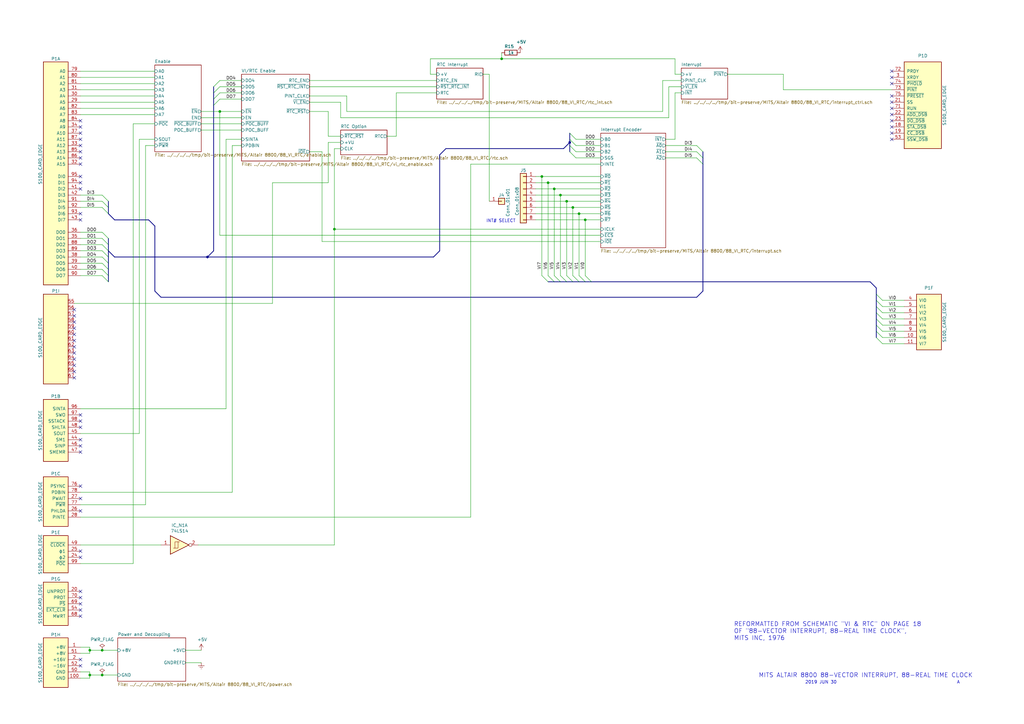
<source format=kicad_sch>
(kicad_sch (version 20230121) (generator eeschema)
  (paper "A3")
  (lib_symbols
    (symbol "74xx:74LS14" (pin_names (offset 1.016))
      (property "Reference" "U" (at 0 1.27 0))
      (property "Value" "74LS14" (at 0 -1.27 0))
      (symbol "74LS14_1_0"
        (polyline (pts (xy -3.81 3.81) (xy -3.81 -3.81) (xy 3.81 0) (xy -3.81 3.81)) (stroke (width 0.254)) (fill (type background)))
        (pin input line (at -7.62 0 0) (length 3.81) (name "~") (number "1"))
        (pin output inverted (at 7.62 0 180) (length 3.81) (name "~") (number "2"))
      )
      (symbol "74LS14_1_1"
        (polyline (pts (xy -1.905 -1.27) (xy -1.905 1.27) (xy -0.635 1.27)))
        (polyline (pts (xy -2.54 -1.27) (xy -0.635 -1.27) (xy -0.635 1.27) (xy 0 1.27)))
      )
      (symbol "74LS14_2_0"
        (polyline (pts (xy -3.81 3.81) (xy -3.81 -3.81) (xy 3.81 0) (xy -3.81 3.81)) (stroke (width 0.254)) (fill (type background)))
        (pin input line (at -7.62 0 0) (length 3.81) (name "~") (number "3"))
        (pin output inverted (at 7.62 0 180) (length 3.81) (name "~") (number "4"))
      )
      (symbol "74LS14_2_1"
        (polyline (pts (xy -1.905 -1.27) (xy -1.905 1.27) (xy -0.635 1.27)))
        (polyline (pts (xy -2.54 -1.27) (xy -0.635 -1.27) (xy -0.635 1.27) (xy 0 1.27)))
      )
      (symbol "74LS14_3_0"
        (polyline (pts (xy -3.81 3.81) (xy -3.81 -3.81) (xy 3.81 0) (xy -3.81 3.81)) (stroke (width 0.254)) (fill (type background)))
        (pin input line (at -7.62 0 0) (length 3.81) (name "~") (number "5"))
        (pin output inverted (at 7.62 0 180) (length 3.81) (name "~") (number "6"))
      )
      (symbol "74LS14_3_1"
        (polyline (pts (xy -1.905 -1.27) (xy -1.905 1.27) (xy -0.635 1.27)))
        (polyline (pts (xy -2.54 -1.27) (xy -0.635 -1.27) (xy -0.635 1.27) (xy 0 1.27)))
      )
      (symbol "74LS14_4_0"
        (polyline (pts (xy -3.81 3.81) (xy -3.81 -3.81) (xy 3.81 0) (xy -3.81 3.81)) (stroke (width 0.254)) (fill (type background)))
        (pin output inverted (at 7.62 0 180) (length 3.81) (name "~") (number "8"))
        (pin input line (at -7.62 0 0) (length 3.81) (name "~") (number "9"))
      )
      (symbol "74LS14_4_1"
        (polyline (pts (xy -1.905 -1.27) (xy -1.905 1.27) (xy -0.635 1.27)))
        (polyline (pts (xy -2.54 -1.27) (xy -0.635 -1.27) (xy -0.635 1.27) (xy 0 1.27)))
      )
      (symbol "74LS14_5_0"
        (polyline (pts (xy -3.81 3.81) (xy -3.81 -3.81) (xy 3.81 0) (xy -3.81 3.81)) (stroke (width 0.254)) (fill (type background)))
        (pin output inverted (at 7.62 0 180) (length 3.81) (name "~") (number "10"))
        (pin input line (at -7.62 0 0) (length 3.81) (name "~") (number "11"))
      )
      (symbol "74LS14_5_1"
        (polyline (pts (xy -1.905 -1.27) (xy -1.905 1.27) (xy -0.635 1.27)))
        (polyline (pts (xy -2.54 -1.27) (xy -0.635 -1.27) (xy -0.635 1.27) (xy 0 1.27)))
      )
      (symbol "74LS14_6_0"
        (polyline (pts (xy -3.81 3.81) (xy -3.81 -3.81) (xy 3.81 0) (xy -3.81 3.81)) (stroke (width 0.254)) (fill (type background)))
        (pin output inverted (at 7.62 0 180) (length 3.81) (name "~") (number "12"))
        (pin input line (at -7.62 0 0) (length 3.81) (name "~") (number "13"))
      )
      (symbol "74LS14_6_1"
        (polyline (pts (xy -1.905 -1.27) (xy -1.905 1.27) (xy -0.635 1.27)))
        (polyline (pts (xy -2.54 -1.27) (xy -0.635 -1.27) (xy -0.635 1.27) (xy 0 1.27)))
      )
      (symbol "74LS14_7_0"
        (pin power_in line (at 0 12.7 270) (length 5.08) (name "VCC") (number "14"))
        (pin power_in line (at 0 -12.7 90) (length 5.08) (name "GND") (number "7"))
      )
      (symbol "74LS14_7_1"
        (rectangle (start -5.08 7.62) (end 5.08 -7.62) (stroke (width 0.254)) (fill (type background)))
      )
    )
    (symbol "88_VI_RTC-rescue:S100_CARD_EDGE-altair8800" (pin_names (offset 1.016))
      (property "Reference" "P" (at -1.27 -66.04 0))
      (property "Value" "altair8800_S100_CARD_EDGE" (at 0 -63.5 0))
      (symbol "S100_CARD_EDGE-altair8800_1_1"
        (rectangle (start -5.08 46.99) (end 5.08 -44.45) (stroke (width 0.254)) (fill (type background)))
        (pin passive line (at -10.16 30.48 0) (length 5.08) (name "A5") (number "29"))
        (pin passive line (at -10.16 33.02 0) (length 5.08) (name "A4") (number "30"))
        (pin passive line (at -10.16 35.56 0) (length 5.08) (name "A3") (number "31"))
        (pin passive line (at -10.16 5.08 0) (length 5.08) (name "A15") (number "32"))
        (pin passive line (at -10.16 12.7 0) (length 5.08) (name "A12") (number "33"))
        (pin passive line (at -10.16 20.32 0) (length 5.08) (name "A9") (number "34"))
        (pin passive line (at -10.16 -25.4 0) (length 5.08) (name "DO1") (number "35"))
        (pin passive line (at -10.16 -22.86 0) (length 5.08) (name "DO0") (number "36"))
        (pin passive line (at -10.16 17.78 0) (length 5.08) (name "A10") (number "37"))
        (pin passive line (at -10.16 -33.02 0) (length 5.08) (name "DO4") (number "38"))
        (pin passive line (at -10.16 -35.56 0) (length 5.08) (name "DO5") (number "39"))
        (pin passive line (at -10.16 -38.1 0) (length 5.08) (name "DO6") (number "40"))
        (pin passive line (at -10.16 -5.08 0) (length 5.08) (name "DI2") (number "41"))
        (pin passive line (at -10.16 -7.62 0) (length 5.08) (name "DI3") (number "42"))
        (pin passive line (at -10.16 -17.78 0) (length 5.08) (name "DI7") (number "43"))
        (pin passive line (at -10.16 43.18 0) (length 5.08) (name "A0") (number "79"))
        (pin passive line (at -10.16 40.64 0) (length 5.08) (name "A1") (number "80"))
        (pin passive line (at -10.16 38.1 0) (length 5.08) (name "A2") (number "81"))
        (pin passive line (at -10.16 27.94 0) (length 5.08) (name "A6") (number "82"))
        (pin passive line (at -10.16 25.4 0) (length 5.08) (name "A7") (number "83"))
        (pin passive line (at -10.16 22.86 0) (length 5.08) (name "A8") (number "84"))
        (pin passive line (at -10.16 10.16 0) (length 5.08) (name "A13") (number "85"))
        (pin passive line (at -10.16 7.62 0) (length 5.08) (name "A14") (number "86"))
        (pin passive line (at -10.16 15.24 0) (length 5.08) (name "A11") (number "87"))
        (pin passive line (at -10.16 -27.94 0) (length 5.08) (name "DO2") (number "88"))
        (pin passive line (at -10.16 -30.48 0) (length 5.08) (name "DO3") (number "89"))
        (pin passive line (at -10.16 -40.64 0) (length 5.08) (name "DO7") (number "90"))
        (pin passive line (at -10.16 -10.16 0) (length 5.08) (name "DI4") (number "91"))
        (pin passive line (at -10.16 -12.7 0) (length 5.08) (name "DI5") (number "92"))
        (pin passive line (at -10.16 -15.24 0) (length 5.08) (name "DI6") (number "93"))
        (pin passive line (at -10.16 -2.54 0) (length 5.08) (name "DI1") (number "94"))
        (pin passive line (at -10.16 0 0) (length 5.08) (name "DI0") (number "95"))
      )
      (symbol "S100_CARD_EDGE-altair8800_2_1"
        (rectangle (start -5.08 11.43) (end 5.08 -13.97) (stroke (width 0.254)) (fill (type background)))
        (pin passive line (at -10.16 -5.08 0) (length 5.08) (name "SM1") (number "44"))
        (pin passive line (at -10.16 -2.54 0) (length 5.08) (name "SOUT") (number "45"))
        (pin passive line (at -10.16 -7.62 0) (length 5.08) (name "SINP") (number "46"))
        (pin passive line (at -10.16 -10.16 0) (length 5.08) (name "SMEMR") (number "47"))
        (pin passive line (at -10.16 0 0) (length 5.08) (name "SHLTA") (number "48"))
        (pin passive line (at -10.16 7.62 0) (length 5.08) (name "SINTA") (number "96"))
        (pin passive line (at -10.16 5.08 0) (length 5.08) (name "SWO") (number "97"))
        (pin passive line (at -10.16 2.54 0) (length 5.08) (name "SSTACK") (number "98"))
      )
      (symbol "S100_CARD_EDGE-altair8800_3_1"
        (rectangle (start -5.08 8.89) (end 5.08 -11.43) (stroke (width 0.254)) (fill (type background)))
        (pin passive line (at -10.16 -5.08 0) (length 5.08) (name "PHLDA") (number "26"))
        (pin passive line (at -10.16 0 0) (length 5.08) (name "PWAIT") (number "27"))
        (pin passive line (at -10.16 -7.62 0) (length 5.08) (name "PINTE") (number "28"))
        (pin passive line (at -10.16 5.08 0) (length 5.08) (name "PSYNC") (number "76"))
        (pin passive line (at -10.16 -2.54 0) (length 5.08) (name "~{PWR}") (number "77"))
        (pin passive line (at -10.16 2.54 0) (length 5.08) (name "PDBIN") (number "78"))
      )
      (symbol "S100_CARD_EDGE-altair8800_4_1"
        (rectangle (start -7.62 19.05) (end 7.62 -16.51) (stroke (width 0.254)) (fill (type background)))
        (pin passive line (at -12.7 -7.62 0) (length 5.08) (name "~{STA_DSB}") (number "18"))
        (pin passive line (at -12.7 -10.16 0) (length 5.08) (name "~{CC_DSB}") (number "19"))
        (pin passive line (at -12.7 2.54 0) (length 5.08) (name "SS") (number "21"))
        (pin passive line (at -12.7 -2.54 0) (length 5.08) (name "~{ADD_DSB}") (number "22"))
        (pin passive line (at -12.7 -5.08 0) (length 5.08) (name "~{DO_DSB}") (number "23"))
        (pin passive line (at -12.7 12.7 0) (length 5.08) (name "XRDY") (number "3"))
        (pin passive line (at -12.7 -12.7 0) (length 5.08) (name "~{SSW_DSB}") (number "53"))
        (pin passive line (at -12.7 0 0) (length 5.08) (name "RUN") (number "71"))
        (pin passive line (at -12.7 15.24 0) (length 5.08) (name "PRDY") (number "72"))
        (pin passive line (at -12.7 7.62 0) (length 5.08) (name "~{PINT}") (number "73"))
        (pin passive line (at -12.7 10.16 0) (length 5.08) (name "~{PHOLD}") (number "74"))
        (pin passive line (at -12.7 5.08 0) (length 5.08) (name "~{PRESET}") (number "75"))
      )
      (symbol "S100_CARD_EDGE-altair8800_5_1"
        (rectangle (start -5.08 6.35) (end 5.08 -8.89) (stroke (width 0.254)) (fill (type background)))
        (pin passive line (at -10.16 -2.54 0) (length 5.08) (name "ϕ2") (number "24"))
        (pin passive line (at -10.16 0 0) (length 5.08) (name "ϕ1") (number "25"))
        (pin passive line (at -10.16 2.54 0) (length 5.08) (name "~{CLOCK}") (number "49"))
        (pin passive line (at -10.16 -5.08 0) (length 5.08) (name "~{POC}") (number "99"))
      )
      (symbol "S100_CARD_EDGE-altair8800_6_1"
        (rectangle (start -5.08 7.62) (end 5.08 -15.24) (stroke (width 0.254)) (fill (type background)))
        (pin passive line (at -10.16 -10.16 0) (length 5.08) (name "VI6") (number "10"))
        (pin passive line (at -10.16 -12.7 0) (length 5.08) (name "VI7") (number "11"))
        (pin passive line (at -10.16 5.08 0) (length 5.08) (name "VI0") (number "4"))
        (pin passive line (at -10.16 2.54 0) (length 5.08) (name "VI1") (number "5"))
        (pin passive line (at -10.16 0 0) (length 5.08) (name "VI2") (number "6"))
        (pin passive line (at -10.16 -2.54 0) (length 5.08) (name "VI3") (number "7"))
        (pin passive line (at -10.16 -5.08 0) (length 5.08) (name "VI4") (number "8"))
        (pin passive line (at -10.16 -7.62 0) (length 5.08) (name "VI5") (number "9"))
      )
      (symbol "S100_CARD_EDGE-altair8800_7_1"
        (rectangle (start -5.08 8.89) (end 5.08 -8.89) (stroke (width 0.254)) (fill (type background)))
        (pin passive line (at -10.16 5.08 0) (length 5.08) (name "UNPROT") (number "20"))
        (pin passive line (at -10.16 -2.54 0) (length 5.08) (name "~{EXT_CLR}") (number "54"))
        (pin passive line (at -10.16 -5.08 0) (length 5.08) (name "MWRT") (number "68"))
        (pin passive line (at -10.16 0 0) (length 5.08) (name "~{PS}") (number "69"))
        (pin passive line (at -10.16 2.54 0) (length 5.08) (name "PROT") (number "70"))
      )
      (symbol "S100_CARD_EDGE-altair8800_8_1"
        (rectangle (start -5.08 8.89) (end 5.08 -11.43) (stroke (width 0.254)) (fill (type background)))
        (pin passive line (at -10.16 5.08 0) (length 5.08) (name "+8V") (number "1"))
        (pin passive line (at -10.16 -7.62 0) (length 5.08) (name "GND") (number "100"))
        (pin passive line (at -10.16 0 0) (length 5.08) (name "+16V") (number "2"))
        (pin passive line (at -10.16 -5.08 0) (length 5.08) (name "GND") (number "50"))
        (pin passive line (at -10.16 2.54 0) (length 5.08) (name "+8V") (number "51"))
        (pin passive line (at -10.16 -2.54 0) (length 5.08) (name "-16V") (number "52"))
      )
      (symbol "S100_CARD_EDGE-altair8800_9_1"
        (rectangle (start -5.08 19.05) (end 5.08 -17.78) (stroke (width 0.254)) (fill (type background)))
        (pin passive line (at -7.62 15.24 0) (length 2.54) (name "~") (number "55"))
        (pin passive line (at -7.62 12.7 0) (length 2.54) (name "~") (number "56"))
        (pin passive line (at -7.62 10.16 0) (length 2.54) (name "~") (number "57"))
        (pin passive line (at -7.62 7.62 0) (length 2.54) (name "~") (number "58"))
        (pin passive line (at -7.62 5.08 0) (length 2.54) (name "~") (number "59"))
        (pin passive line (at -7.62 2.54 0) (length 2.54) (name "~") (number "60"))
        (pin passive line (at -7.62 0 0) (length 2.54) (name "~") (number "61"))
        (pin passive line (at -7.62 -2.54 0) (length 2.54) (name "~") (number "62"))
        (pin passive line (at -7.62 -5.08 0) (length 2.54) (name "~") (number "63"))
        (pin passive line (at -7.62 -7.62 0) (length 2.54) (name "~") (number "64"))
        (pin passive line (at -7.62 -10.16 0) (length 2.54) (name "~") (number "65"))
        (pin passive line (at -7.62 -12.7 0) (length 2.54) (name "~") (number "66"))
        (pin passive line (at -7.62 -15.24 0) (length 2.54) (name "~") (number "67"))
      )
    )
    (symbol "Connector_Generic:Conn_01x01" (pin_names (offset 1.016) hide)
      (property "Reference" "J" (at 0 2.54 0))
      (property "Value" "Conn_01x01" (at 0 -2.54 0))
      (symbol "Conn_01x01_1_1"
        (rectangle (start -1.27 0.127) (end 0 -0.127) (stroke (width 0.1524)))
        (rectangle (start -1.27 1.27) (end 1.27 -1.27) (stroke (width 0.254)) (fill (type background)))
        (pin passive line (at -5.08 0 0) (length 3.81) (name "Pin_1") (number "1"))
      )
    )
    (symbol "Connector_Generic:Conn_01x08" (pin_names (offset 1.016) hide)
      (property "Reference" "J" (at 0 10.16 0))
      (property "Value" "Conn_01x08" (at 0 -12.7 0))
      (symbol "Conn_01x08_1_1"
        (rectangle (start -1.27 -10.033) (end 0 -10.287) (stroke (width 0.1524)))
        (rectangle (start -1.27 -7.493) (end 0 -7.747) (stroke (width 0.1524)))
        (rectangle (start -1.27 -4.953) (end 0 -5.207) (stroke (width 0.1524)))
        (rectangle (start -1.27 -2.413) (end 0 -2.667) (stroke (width 0.1524)))
        (rectangle (start -1.27 0.127) (end 0 -0.127) (stroke (width 0.1524)))
        (rectangle (start -1.27 2.667) (end 0 2.413) (stroke (width 0.1524)))
        (rectangle (start -1.27 5.207) (end 0 4.953) (stroke (width 0.1524)))
        (rectangle (start -1.27 7.747) (end 0 7.493) (stroke (width 0.1524)))
        (rectangle (start -1.27 8.89) (end 1.27 -11.43) (stroke (width 0.254)) (fill (type background)))
        (pin passive line (at -5.08 7.62 0) (length 3.81) (name "Pin_1") (number "1"))
        (pin passive line (at -5.08 5.08 0) (length 3.81) (name "Pin_2") (number "2"))
        (pin passive line (at -5.08 2.54 0) (length 3.81) (name "Pin_3") (number "3"))
        (pin passive line (at -5.08 0 0) (length 3.81) (name "Pin_4") (number "4"))
        (pin passive line (at -5.08 -2.54 0) (length 3.81) (name "Pin_5") (number "5"))
        (pin passive line (at -5.08 -5.08 0) (length 3.81) (name "Pin_6") (number "6"))
        (pin passive line (at -5.08 -7.62 0) (length 3.81) (name "Pin_7") (number "7"))
        (pin passive line (at -5.08 -10.16 0) (length 3.81) (name "Pin_8") (number "8"))
      )
    )
    (symbol "Device:R" (pin_numbers hide) (pin_names (offset 0))
      (property "Reference" "R" (at 2.032 0 90))
      (property "Value" "R" (at 0 0 90))
      (symbol "R_0_1"
        (rectangle (start -1.016 -2.54) (end 1.016 2.54) (stroke (width 0.254)))
      )
      (symbol "R_1_1"
        (pin passive line (at 0 3.81 270) (length 1.27) (name "~") (number "1"))
        (pin passive line (at 0 -3.81 90) (length 1.27) (name "~") (number "2"))
      )
    )
    (symbol "power:+5V" (power) (pin_names (offset 0))
      (property "Value" "+5V" (at 0 3.556 0))
      (symbol "+5V_0_1"
        (polyline (pts (xy -0.762 1.27) (xy 0 2.54)))
        (polyline (pts (xy 0 0) (xy 0 2.54)))
        (polyline (pts (xy 0 2.54) (xy 0.762 1.27)))
      )
      (symbol "+5V_1_1"
        (pin power_in line (at 0 0 90) (length 0) hide (name "+5V") (number "1"))
      )
    )
    (symbol "power:GNDREF" (power) (pin_names (offset 0))
      (property "Value" "GNDREF" (at 0 -3.81 0))
      (symbol "GNDREF_0_1"
        (polyline (pts (xy -0.635 -1.905) (xy 0.635 -1.905)))
        (polyline (pts (xy -0.127 -2.54) (xy 0.127 -2.54)))
        (polyline (pts (xy 0 -1.27) (xy 0 0)))
        (polyline (pts (xy 1.27 -1.27) (xy -1.27 -1.27)))
      )
      (symbol "GNDREF_1_1"
        (pin power_in line (at 0 0 270) (length 0) hide (name "GNDREF") (number "1"))
      )
    )
    (symbol "power:PWR_FLAG" (power) (pin_numbers hide) (pin_names (offset 0) hide)
      (property "Value" "PWR_FLAG" (at 0 3.81 0))
      (symbol "PWR_FLAG_0_0"
        (pin power_out line (at 0 0 90) (length 0) (name "pwr") (number "1"))
      )
      (symbol "PWR_FLAG_0_1"
        (polyline (pts (xy 0 0) (xy 0 1.27) (xy -1.016 1.905) (xy 0 2.54) (xy 1.016 1.905) (xy 0 1.27)))
      )
    )
  )
  (junction (at 232.41 82.55))
  (junction (at 229.87 80.01))
  (junction (at 36.83 266.7))
  (junction (at 90.17 45.72))
  (junction (at 233.68 58.42))
  (junction (at 224.79 74.93))
  (junction (at 36.83 276.86))
  (junction (at 240.03 90.17))
  (junction (at 227.33 77.47))
  (junction (at 85.09 105.41))
  (junction (at 137.16 93.98))
  (junction (at 41.91 266.7))
  (junction (at 205.74 24.13))
  (junction (at 41.91 276.86))
  (junction (at 222.25 72.39))
  (junction (at 234.95 85.09))
  (junction (at 237.49 87.63))
  (no_connect (at 33.02 172.72))
  (no_connect (at 30.48 142.24))
  (no_connect (at 365.76 49.53))
  (no_connect (at 33.02 245.11))
  (no_connect (at 30.48 147.32))
  (no_connect (at 33.02 250.19))
  (no_connect (at 30.48 132.08))
  (no_connect (at 30.48 137.16))
  (no_connect (at 30.48 149.86))
  (no_connect (at 33.02 67.31))
  (no_connect (at 33.02 72.39))
  (no_connect (at 30.48 134.62))
  (no_connect (at 365.76 31.75))
  (no_connect (at 33.02 242.57))
  (no_connect (at 33.02 252.73))
  (no_connect (at 33.02 180.34))
  (no_connect (at 30.48 144.78))
  (no_connect (at 33.02 228.6))
  (no_connect (at 33.02 52.07))
  (no_connect (at 33.02 54.61))
  (no_connect (at 33.02 62.23))
  (no_connect (at 33.02 226.06))
  (no_connect (at 33.02 77.47))
  (no_connect (at 30.48 154.94))
  (no_connect (at 33.02 59.69))
  (no_connect (at 33.02 175.26))
  (no_connect (at 365.76 34.29))
  (no_connect (at 365.76 41.91))
  (no_connect (at 365.76 29.21))
  (no_connect (at 33.02 209.55))
  (no_connect (at 33.02 199.39))
  (no_connect (at 33.02 74.93))
  (no_connect (at 30.48 152.4))
  (no_connect (at 33.02 57.15))
  (no_connect (at 33.02 182.88))
  (no_connect (at 30.48 129.54))
  (no_connect (at 30.48 127))
  (no_connect (at 33.02 87.63))
  (no_connect (at 33.02 185.42))
  (no_connect (at 30.48 139.7))
  (no_connect (at 365.76 39.37))
  (no_connect (at 33.02 170.18))
  (no_connect (at 365.76 44.45))
  (no_connect (at 365.76 54.61))
  (no_connect (at 33.02 49.53))
  (no_connect (at 33.02 273.05))
  (no_connect (at 365.76 57.15))
  (no_connect (at 33.02 204.47))
  (no_connect (at 33.02 247.65))
  (no_connect (at 33.02 270.51))
  (no_connect (at 365.76 52.07))
  (no_connect (at 365.76 46.99))
  (no_connect (at 33.02 90.17))
  (no_connect (at 33.02 64.77))
  (bus_entry (at 285.75 64.77) (size 2.54 2.54))
  (bus_entry (at 359.41 123.19) (size 2.54 2.54))
  (bus_entry (at 222.25 113.03) (size 2.54 2.54))
  (bus_entry (at 41.91 105.41) (size 2.54 2.54))
  (bus_entry (at 237.49 113.03) (size 2.54 2.54))
  (bus_entry (at 359.41 138.43) (size 2.54 2.54))
  (bus_entry (at 359.41 120.65) (size 2.54 2.54))
  (bus_entry (at 240.03 113.03) (size 2.54 2.54))
  (bus_entry (at 41.91 80.01) (size 2.54 2.54))
  (bus_entry (at 359.41 133.35) (size 2.54 2.54))
  (bus_entry (at 359.41 130.81) (size 2.54 2.54))
  (bus_entry (at 234.95 113.03) (size 2.54 2.54))
  (bus_entry (at 41.91 100.33) (size 2.54 2.54))
  (bus_entry (at 41.91 95.25) (size 2.54 2.54))
  (bus_entry (at 229.87 113.03) (size 2.54 2.54))
  (bus_entry (at 233.68 57.15) (size 2.54 2.54))
  (bus_entry (at 227.33 113.03) (size 2.54 2.54))
  (bus_entry (at 233.68 54.61) (size 2.54 2.54))
  (bus_entry (at 87.63 43.18) (size 2.54 -2.54))
  (bus_entry (at 41.91 97.79) (size 2.54 2.54))
  (bus_entry (at 87.63 35.56) (size 2.54 -2.54))
  (bus_entry (at 359.41 125.73) (size 2.54 2.54))
  (bus_entry (at 87.63 40.64) (size 2.54 -2.54))
  (bus_entry (at 233.68 59.69) (size 2.54 2.54))
  (bus_entry (at 41.91 107.95) (size 2.54 2.54))
  (bus_entry (at 41.91 82.55) (size 2.54 2.54))
  (bus_entry (at 359.41 128.27) (size 2.54 2.54))
  (bus_entry (at 41.91 113.03) (size 2.54 2.54))
  (bus_entry (at 87.63 38.1) (size 2.54 -2.54))
  (bus_entry (at 41.91 85.09) (size 2.54 2.54))
  (bus_entry (at 285.75 62.23) (size 2.54 2.54))
  (bus_entry (at 224.79 113.03) (size 2.54 2.54))
  (bus_entry (at 285.75 59.69) (size 2.54 2.54))
  (bus_entry (at 359.41 135.89) (size 2.54 2.54))
  (bus_entry (at 232.41 113.03) (size 2.54 2.54))
  (bus_entry (at 41.91 110.49) (size 2.54 2.54))
  (bus_entry (at 41.91 102.87) (size 2.54 2.54))
  (bus_entry (at 233.68 62.23) (size 2.54 2.54))
  (wire (pts (xy 33.02 201.93) (xy 95.25 201.93)))
  (wire (pts (xy 232.41 82.55) (xy 246.38 82.55)))
  (wire (pts (xy 33.02 80.01) (xy 41.91 80.01)))
  (wire (pts (xy 33.02 97.79) (xy 41.91 97.79)))
  (wire (pts (xy 33.02 223.52) (xy 66.04 223.52)))
  (wire (pts (xy 82.55 45.72) (xy 90.17 45.72)))
  (bus (pts (xy 85.09 105.41) (xy 177.8 105.41)))
  (wire (pts (xy 36.83 265.43) (xy 36.83 266.7)))
  (wire (pts (xy 33.02 167.64) (xy 92.71 167.64)))
  (wire (pts (xy 236.22 59.69) (xy 246.38 59.69)))
  (wire (pts (xy 142.24 39.37) (xy 142.24 45.72)))
  (bus (pts (xy 180.34 63.5) (xy 180.34 102.87)))
  (wire (pts (xy 33.02 110.49) (xy 41.91 110.49)))
  (wire (pts (xy 33.02 41.91) (xy 63.5 41.91)))
  (wire (pts (xy 237.49 87.63) (xy 237.49 113.03)))
  (wire (pts (xy 229.87 80.01) (xy 246.38 80.01)))
  (wire (pts (xy 139.7 41.91) (xy 127 41.91)))
  (wire (pts (xy 229.87 80.01) (xy 229.87 113.03)))
  (wire (pts (xy 227.33 77.47) (xy 227.33 113.03)))
  (wire (pts (xy 234.95 85.09) (xy 246.38 85.09)))
  (bus (pts (xy 233.68 54.61) (xy 233.68 57.15)))
  (wire (pts (xy 219.71 74.93) (xy 224.79 74.93)))
  (wire (pts (xy 370.84 130.81) (xy 361.95 130.81)))
  (bus (pts (xy 87.63 35.56) (xy 87.63 38.1)))
  (wire (pts (xy 33.02 46.99) (xy 63.5 46.99)))
  (bus (pts (xy 44.45 107.95) (xy 44.45 110.49)))
  (wire (pts (xy 134.62 45.72) (xy 127 45.72)))
  (wire (pts (xy 276.86 30.48) (xy 279.4 30.48)))
  (bus (pts (xy 237.49 115.57) (xy 240.03 115.57)))
  (bus (pts (xy 233.68 59.69) (xy 233.68 62.23)))
  (wire (pts (xy 237.49 87.63) (xy 246.38 87.63)))
  (bus (pts (xy 87.63 43.18) (xy 87.63 102.87)))
  (wire (pts (xy 33.02 44.45) (xy 63.5 44.45)))
  (wire (pts (xy 33.02 231.14) (xy 54.61 231.14)))
  (wire (pts (xy 224.79 74.93) (xy 246.38 74.93)))
  (wire (pts (xy 54.61 50.8) (xy 63.5 50.8)))
  (wire (pts (xy 33.02 85.09) (xy 41.91 85.09)))
  (wire (pts (xy 33.02 39.37) (xy 63.5 39.37)))
  (wire (pts (xy 274.32 35.56) (xy 274.32 48.26)))
  (wire (pts (xy 132.08 99.06) (xy 246.38 99.06)))
  (wire (pts (xy 219.71 82.55) (xy 232.41 82.55)))
  (wire (pts (xy 139.7 55.88) (xy 134.62 55.88)))
  (wire (pts (xy 36.83 266.7) (xy 36.83 267.97)))
  (wire (pts (xy 274.32 48.26) (xy 139.7 48.26)))
  (wire (pts (xy 99.06 33.02) (xy 90.17 33.02)))
  (bus (pts (xy 85.09 105.41) (xy 87.63 102.87)))
  (wire (pts (xy 57.15 177.8) (xy 57.15 57.15)))
  (bus (pts (xy 46.99 90.17) (xy 60.96 90.17)))
  (wire (pts (xy 33.02 265.43) (xy 36.83 265.43)))
  (bus (pts (xy 229.87 115.57) (xy 232.41 115.57)))
  (wire (pts (xy 271.78 33.02) (xy 279.4 33.02)))
  (wire (pts (xy 158.75 55.88) (xy 162.56 55.88)))
  (bus (pts (xy 234.95 115.57) (xy 237.49 115.57)))
  (wire (pts (xy 99.06 40.64) (xy 90.17 40.64)))
  (wire (pts (xy 139.7 60.96) (xy 137.16 60.96)))
  (wire (pts (xy 134.62 74.93) (xy 111.76 74.93)))
  (bus (pts (xy 44.45 102.87) (xy 44.45 105.41)))
  (wire (pts (xy 273.05 59.69) (xy 285.75 59.69)))
  (wire (pts (xy 276.86 57.15) (xy 276.86 38.1)))
  (wire (pts (xy 36.83 275.59) (xy 36.83 276.86)))
  (wire (pts (xy 271.78 45.72) (xy 271.78 33.02)))
  (wire (pts (xy 36.83 267.97) (xy 33.02 267.97)))
  (wire (pts (xy 76.2 266.7) (xy 82.55 266.7)))
  (wire (pts (xy 162.56 38.1) (xy 179.07 38.1)))
  (wire (pts (xy 240.03 90.17) (xy 240.03 113.03)))
  (wire (pts (xy 95.25 59.69) (xy 99.06 59.69)))
  (wire (pts (xy 370.84 128.27) (xy 361.95 128.27)))
  (wire (pts (xy 99.06 35.56) (xy 90.17 35.56)))
  (wire (pts (xy 222.25 72.39) (xy 246.38 72.39)))
  (bus (pts (xy 359.41 130.81) (xy 359.41 133.35)))
  (wire (pts (xy 137.16 60.96) (xy 137.16 93.98)))
  (bus (pts (xy 240.03 115.57) (xy 242.57 115.57)))
  (wire (pts (xy 33.02 113.03) (xy 41.91 113.03)))
  (wire (pts (xy 176.53 30.48) (xy 179.07 30.48)))
  (wire (pts (xy 162.56 38.1) (xy 162.56 55.88)))
  (wire (pts (xy 236.22 57.15) (xy 246.38 57.15)))
  (wire (pts (xy 82.55 50.8) (xy 99.06 50.8)))
  (wire (pts (xy 222.25 72.39) (xy 222.25 113.03)))
  (wire (pts (xy 92.71 167.64) (xy 92.71 57.15)))
  (wire (pts (xy 219.71 80.01) (xy 229.87 80.01)))
  (wire (pts (xy 370.84 135.89) (xy 361.95 135.89)))
  (wire (pts (xy 219.71 77.47) (xy 227.33 77.47)))
  (wire (pts (xy 193.04 67.31) (xy 246.38 67.31)))
  (bus (pts (xy 359.41 118.11) (xy 359.41 120.65)))
  (wire (pts (xy 33.02 36.83) (xy 63.5 36.83)))
  (wire (pts (xy 137.16 93.98) (xy 137.16 223.52)))
  (wire (pts (xy 273.05 57.15) (xy 276.86 57.15)))
  (bus (pts (xy 233.68 57.15) (xy 233.68 58.42)))
  (bus (pts (xy 177.8 105.41) (xy 180.34 102.87)))
  (wire (pts (xy 219.71 72.39) (xy 222.25 72.39)))
  (wire (pts (xy 134.62 58.42) (xy 134.62 74.93)))
  (wire (pts (xy 127 39.37) (xy 142.24 39.37)))
  (wire (pts (xy 227.33 77.47) (xy 246.38 77.47)))
  (bus (pts (xy 359.41 128.27) (xy 359.41 130.81)))
  (wire (pts (xy 273.05 64.77) (xy 285.75 64.77)))
  (wire (pts (xy 273.05 62.23) (xy 285.75 62.23)))
  (bus (pts (xy 359.41 125.73) (xy 359.41 128.27)))
  (wire (pts (xy 33.02 29.21) (xy 63.5 29.21)))
  (wire (pts (xy 41.91 276.86) (xy 36.83 276.86)))
  (wire (pts (xy 276.86 24.13) (xy 276.86 30.48)))
  (bus (pts (xy 63.5 92.71) (xy 63.5 119.38)))
  (wire (pts (xy 236.22 62.23) (xy 246.38 62.23)))
  (bus (pts (xy 87.63 38.1) (xy 87.63 40.64)))
  (wire (pts (xy 232.41 82.55) (xy 232.41 113.03)))
  (wire (pts (xy 205.74 24.13) (xy 276.86 24.13)))
  (wire (pts (xy 139.7 48.26) (xy 139.7 41.91)))
  (wire (pts (xy 41.91 266.7) (xy 48.26 266.7)))
  (bus (pts (xy 359.41 135.89) (xy 359.41 138.43)))
  (wire (pts (xy 95.25 201.93) (xy 95.25 59.69)))
  (bus (pts (xy 66.04 121.92) (xy 285.75 121.92)))
  (wire (pts (xy 111.76 124.46) (xy 111.76 74.93)))
  (wire (pts (xy 33.02 105.41) (xy 41.91 105.41)))
  (bus (pts (xy 242.57 115.57) (xy 356.87 115.57)))
  (wire (pts (xy 276.86 38.1) (xy 279.4 38.1)))
  (bus (pts (xy 288.29 62.23) (xy 288.29 64.77)))
  (bus (pts (xy 44.45 100.33) (xy 44.45 102.87)))
  (bus (pts (xy 288.29 67.31) (xy 288.29 119.38)))
  (wire (pts (xy 57.15 57.15) (xy 63.5 57.15)))
  (wire (pts (xy 127 35.56) (xy 179.07 35.56)))
  (wire (pts (xy 82.55 53.34) (xy 99.06 53.34)))
  (bus (pts (xy 231.14 60.96) (xy 233.68 58.42)))
  (wire (pts (xy 205.74 21.59) (xy 205.74 24.13)))
  (wire (pts (xy 92.71 57.15) (xy 99.06 57.15)))
  (wire (pts (xy 370.84 140.97) (xy 361.95 140.97)))
  (wire (pts (xy 36.83 266.7) (xy 41.91 266.7)))
  (wire (pts (xy 370.84 125.73) (xy 361.95 125.73)))
  (wire (pts (xy 193.04 212.09) (xy 193.04 67.31)))
  (wire (pts (xy 33.02 31.75) (xy 63.5 31.75)))
  (bus (pts (xy 44.45 87.63) (xy 46.99 90.17)))
  (wire (pts (xy 99.06 38.1) (xy 90.17 38.1)))
  (bus (pts (xy 180.34 63.5) (xy 182.88 60.96)))
  (wire (pts (xy 90.17 96.52) (xy 246.38 96.52)))
  (wire (pts (xy 142.24 45.72) (xy 271.78 45.72)))
  (bus (pts (xy 356.87 115.57) (xy 359.41 118.11)))
  (wire (pts (xy 219.71 85.09) (xy 234.95 85.09)))
  (wire (pts (xy 224.79 74.93) (xy 224.79 113.03)))
  (wire (pts (xy 365.76 36.83) (xy 321.31 36.83)))
  (bus (pts (xy 288.29 64.77) (xy 288.29 67.31)))
  (bus (pts (xy 227.33 115.57) (xy 229.87 115.57)))
  (bus (pts (xy 46.99 105.41) (xy 85.09 105.41)))
  (wire (pts (xy 33.02 34.29) (xy 63.5 34.29)))
  (wire (pts (xy 240.03 90.17) (xy 246.38 90.17)))
  (bus (pts (xy 285.75 121.92) (xy 288.29 119.38)))
  (wire (pts (xy 59.69 207.01) (xy 59.69 59.69)))
  (bus (pts (xy 224.79 115.57) (xy 227.33 115.57)))
  (wire (pts (xy 33.02 82.55) (xy 41.91 82.55)))
  (wire (pts (xy 205.74 24.13) (xy 176.53 24.13)))
  (wire (pts (xy 279.4 35.56) (xy 274.32 35.56)))
  (bus (pts (xy 44.45 85.09) (xy 44.45 87.63)))
  (wire (pts (xy 370.84 133.35) (xy 361.95 133.35)))
  (wire (pts (xy 76.2 271.78) (xy 82.55 271.78)))
  (wire (pts (xy 176.53 24.13) (xy 176.53 30.48)))
  (bus (pts (xy 63.5 119.38) (xy 66.04 121.92)))
  (wire (pts (xy 33.02 212.09) (xy 193.04 212.09)))
  (wire (pts (xy 33.02 102.87) (xy 41.91 102.87)))
  (wire (pts (xy 127 62.23) (xy 132.08 62.23)))
  (wire (pts (xy 134.62 58.42) (xy 139.7 58.42)))
  (wire (pts (xy 82.55 48.26) (xy 99.06 48.26)))
  (wire (pts (xy 33.02 207.01) (xy 59.69 207.01)))
  (wire (pts (xy 36.83 276.86) (xy 36.83 278.13)))
  (bus (pts (xy 231.14 60.96) (xy 182.88 60.96)))
  (bus (pts (xy 44.45 82.55) (xy 44.45 85.09)))
  (wire (pts (xy 33.02 278.13) (xy 36.83 278.13)))
  (wire (pts (xy 81.28 223.52) (xy 137.16 223.52)))
  (bus (pts (xy 233.68 58.42) (xy 233.68 59.69)))
  (wire (pts (xy 59.69 59.69) (xy 63.5 59.69)))
  (bus (pts (xy 44.45 105.41) (xy 44.45 107.95)))
  (bus (pts (xy 87.63 40.64) (xy 87.63 43.18)))
  (wire (pts (xy 198.12 30.48) (xy 200.66 30.48)))
  (wire (pts (xy 90.17 45.72) (xy 90.17 96.52)))
  (wire (pts (xy 321.31 30.48) (xy 298.45 30.48)))
  (wire (pts (xy 33.02 177.8) (xy 57.15 177.8)))
  (bus (pts (xy 44.45 102.87) (xy 46.99 105.41)))
  (bus (pts (xy 44.45 110.49) (xy 44.45 113.03)))
  (wire (pts (xy 54.61 231.14) (xy 54.61 50.8)))
  (bus (pts (xy 359.41 123.19) (xy 359.41 125.73)))
  (wire (pts (xy 234.95 85.09) (xy 234.95 113.03)))
  (wire (pts (xy 370.84 123.19) (xy 361.95 123.19)))
  (wire (pts (xy 179.07 33.02) (xy 127 33.02)))
  (wire (pts (xy 90.17 45.72) (xy 99.06 45.72)))
  (wire (pts (xy 33.02 107.95) (xy 41.91 107.95)))
  (wire (pts (xy 219.71 90.17) (xy 240.03 90.17)))
  (wire (pts (xy 236.22 64.77) (xy 246.38 64.77)))
  (bus (pts (xy 60.96 90.17) (xy 63.5 92.71)))
  (wire (pts (xy 246.38 93.98) (xy 137.16 93.98)))
  (wire (pts (xy 219.71 87.63) (xy 237.49 87.63)))
  (bus (pts (xy 232.41 115.57) (xy 234.95 115.57)))
  (bus (pts (xy 44.45 97.79) (xy 44.45 100.33)))
  (wire (pts (xy 200.66 30.48) (xy 200.66 82.55)))
  (wire (pts (xy 134.62 45.72) (xy 134.62 55.88)))
  (wire (pts (xy 370.84 138.43) (xy 361.95 138.43)))
  (wire (pts (xy 33.02 95.25) (xy 41.91 95.25)))
  (wire (pts (xy 30.48 124.46) (xy 111.76 124.46)))
  (wire (pts (xy 321.31 36.83) (xy 321.31 30.48)))
  (wire (pts (xy 132.08 62.23) (xy 132.08 99.06)))
  (bus (pts (xy 44.45 113.03) (xy 44.45 115.57)))
  (wire (pts (xy 48.26 276.86) (xy 41.91 276.86)))
  (wire (pts (xy 33.02 100.33) (xy 41.91 100.33)))
  (wire (pts (xy 33.02 275.59) (xy 36.83 275.59)))
  (bus (pts (xy 359.41 133.35) (xy 359.41 135.89)))
  (bus (pts (xy 359.41 120.65) (xy 359.41 123.19)))
  (text "A" (at 392.43 280.67 0) (effects (font (size 1.27 1.27)) (justify left bottom)))
  (text "REFORMATTED FROM SCHEMATIC \"VI & RTC\" ON PAGE 18\nOF \"88-VECTOR INTERRUPT, 88-REAL TIME CLOCK\",\nMITS INC, 1976" (at 300.99 262.89 0) (effects (font (size 1.778 1.778)) (justify left bottom)))
  (text "INT# SELECT" (at 199.39 91.44 0) (effects (font (size 1.27 1.27)) (justify left bottom)))
  (text "MITS ALTAIR 8800 88-VECTOR INTERRUPT, 88-REAL TIME CLOCK" (at 311.15 278.13 0) (effects (font (size 1.778 1.778)) (justify left bottom)))
  (text "2019 JUN 30" (at 330.2 280.67 0) (effects (font (size 1.27 1.27)) (justify left bottom)))
  (label "DO3" (at 35.56 102.87 0))
  (label "VI1" (at 364.49 125.73 0))
  (label "DI4" (at 35.56 82.55 0))
  (label "DO1" (at 35.56 97.79 0))
  (label "DO4" (at 92.71 33.02 0))
  (label "DO6" (at 35.56 110.49 0))
  (label "DO0" (at 240.03 57.15 0))
  (label "DO4" (at 35.56 105.41 0))
  (label "DO0" (at 35.56 95.25 0))
  (label "VI5" (at 227.33 110.49 90))
  (label "VI5" (at 364.49 135.89 0))
  (label "VI6" (at 224.79 110.49 90))
  (label "DO7" (at 35.56 113.03 0))
  (label "DO2" (at 35.56 100.33 0))
  (label "DO5" (at 35.56 107.95 0))
  (label "DO2" (at 240.03 62.23 0))
  (label "VI3" (at 364.49 130.81 0))
  (label "DO7" (at 92.71 40.64 0))
  (label "DI3" (at 280.67 59.69 0))
  (label "VI0" (at 364.49 123.19 0))
  (label "VI6" (at 364.49 138.43 0))
  (label "VI2" (at 364.49 128.27 0))
  (label "VI7" (at 364.49 140.97 0))
  (label "VI1" (at 237.49 110.49 90))
  (label "DI3" (at 35.56 80.01 0))
  (label "VI0" (at 240.03 110.49 90))
  (label "DI4" (at 280.67 62.23 0))
  (label "VI4" (at 229.87 110.49 90))
  (label "VI4" (at 364.49 133.35 0))
  (label "DO1" (at 240.03 59.69 0))
  (label "VI3" (at 232.41 110.49 90))
  (label "DI5" (at 35.56 85.09 0))
  (label "VI2" (at 234.95 110.49 90))
  (label "VI7" (at 222.25 110.49 90))
  (label "DO5" (at 92.71 35.56 0))
  (label "DO3" (at 240.03 64.77 0))
  (label "DI5" (at 280.67 64.77 0))
  (label "DO6" (at 92.71 38.1 0))
  (symbol (lib_id "88_VI_RTC-rescue:S100_CARD_EDGE-altair8800") (at 22.86 72.39 0) (mirror y) (unit 1)
    (property "Reference" "P1" (at 22.86 24.13 0))
    (property "Value" "S100_CARD_EDGE" (at 16.51 67.31 90))
  )
  (symbol (lib_id "88_VI_RTC-rescue:S100_CARD_EDGE-altair8800") (at 22.86 270.51 0) (mirror y) (unit 8)
    (property "Reference" "P1" (at 22.86 260.35 0))
    (property "Value" "S100_CARD_EDGE" (at 16.51 271.78 90))
  )
  (symbol (lib_id "power:+5V") (at 82.55 266.7 0) (unit 1)
    (property "Reference" "#PWR0102" (effects hide))
    (property "Value" "+5V" (at 82.931 262.3058 0))
  )
  (symbol (lib_id "power:GNDREF") (at 82.55 271.78 0) (unit 1)
    (property "Reference" "#PWR0103" (effects hide))
    (property "Value" "GNDREF" (effects hide))
  )
  (symbol (lib_id "power:PWR_FLAG") (at 41.91 266.7 0) (unit 1)
    (property "Reference" "#FLG0101" (effects hide))
    (property "Value" "PWR_FLAG" (at 41.91 262.3058 0))
  )
  (symbol (lib_id "power:PWR_FLAG") (at 41.91 276.86 0) (unit 1)
    (property "Reference" "#FLG0102" (effects hide))
    (property "Value" "PWR_FLAG" (at 41.91 272.4658 0))
  )
  (symbol (lib_id "88_VI_RTC-rescue:S100_CARD_EDGE-altair8800") (at 22.86 139.7 0) (mirror y) (unit 9)
    (property "Reference" "P1" (at 22.86 119.38 0))
    (property "Value" "S100_CARD_EDGE" (at 16.51 138.43 90))
  )
  (symbol (lib_id "Device:R") (at 209.55 21.59 90) (unit 1)
    (property "Reference" "R15" (at 210.82 19.05 90) (effects (justify left)))
    (property "Value" "1k" (at 210.82 21.59 90) (effects (justify left)))
  )
  (symbol (lib_id "power:+5V") (at 213.36 21.59 0) (unit 1)
    (property "Reference" "#PWR0101" (effects hide))
    (property "Value" "+5V" (at 213.741 17.1958 0))
  )
  (symbol (lib_id "Connector_Generic:Conn_01x08") (at 214.63 80.01 0) (mirror y) (unit 1)
    (property "Reference" "J5" (at 214.63 69.85 0))
    (property "Value" "Conn_01x08" (at 212.09 82.55 90))
  )
  (symbol (lib_id "Connector_Generic:Conn_01x01") (at 205.74 82.55 0) (unit 1)
    (property "Reference" "J4" (at 204.47 80.01 0) (effects (justify left)))
    (property "Value" "Conn_01x01" (at 208.28 88.9 90) (effects (justify left)))
  )
  (symbol (lib_id "88_VI_RTC-rescue:S100_CARD_EDGE-altair8800") (at 22.86 247.65 0) (mirror y) (unit 7)
    (property "Reference" "P1" (at 22.86 237.49 0))
    (property "Value" "S100_CARD_EDGE" (at 16.51 247.65 90))
  )
  (symbol (lib_id "88_VI_RTC-rescue:S100_CARD_EDGE-altair8800") (at 381 128.27 0) (unit 6)
    (property "Reference" "P1" (at 381 118.11 0))
    (property "Value" "S100_CARD_EDGE" (at 387.35 132.08 90))
  )
  (symbol (lib_id "88_VI_RTC-rescue:S100_CARD_EDGE-altair8800") (at 22.86 226.06 0) (mirror y) (unit 5)
    (property "Reference" "P1" (at 22.86 218.44 0))
    (property "Value" "S100_CARD_EDGE" (at 16.51 227.33 90))
  )
  (symbol (lib_id "88_VI_RTC-rescue:S100_CARD_EDGE-altair8800") (at 378.46 44.45 0) (unit 4)
    (property "Reference" "P1" (at 378.46 22.86 0))
    (property "Value" "S100_CARD_EDGE" (at 387.35 43.18 90))
  )
  (symbol (lib_id "88_VI_RTC-rescue:S100_CARD_EDGE-altair8800") (at 22.86 204.47 0) (mirror y) (unit 3)
    (property "Reference" "P1" (at 22.86 194.31 0))
    (property "Value" "S100_CARD_EDGE" (at 16.51 205.74 90))
  )
  (symbol (lib_id "88_VI_RTC-rescue:S100_CARD_EDGE-altair8800") (at 22.86 175.26 0) (mirror y) (unit 2)
    (property "Reference" "P1" (at 22.86 162.56 0))
    (property "Value" "S100_CARD_EDGE" (at 16.51 176.53 90))
  )
  (symbol (lib_id "74xx:74LS14") (at 73.66 223.52 0) (unit 1)
    (property "Reference" "IC_N1" (at 73.66 215.4682 0))
    (property "Value" "74LS14" (at 73.66 217.7796 0))
    (property "Datasheet" "http://www.ti.com/lit/gpn/sn74LS14" (effects hide))
  )
  (sheet (at 246.38 54.61) (size 26.67 46.99)
    (property "Sheetname" "Interrupt Encoder" (at 246.38 53.8984 0) (effects (justify left bottom)))
    (property "Sheetfile" "../../../../tmp/bit-preserve/MITS/Altair 8800/88_VI_RTC/interrupt.sch" (at 246.38 102.1846 0) (effects (justify left top)))
    (pin "B0" input (at 246.38 57.15 180))
    (pin "B1" input (at 246.38 59.69 180))
    (pin "B2" input (at 246.38 62.23 180))
    (pin "SGS" input (at 246.38 64.77 180))
    (pin "INTE" input (at 246.38 67.31 180))
    (pin "~{R0}" input (at 246.38 72.39 180))
    (pin "~{R1}" input (at 246.38 74.93 180))
    (pin "~{R2}" input (at 246.38 77.47 180))
    (pin "~{R3}" input (at 246.38 80.01 180))
    (pin "~{R4}" input (at 246.38 82.55 180))
    (pin "~{R5}" input (at 246.38 85.09 180))
    (pin "~{R6}" input (at 246.38 87.63 180))
    (pin "~{R7}" input (at 246.38 90.17 180))
    (pin "ICLK" input (at 246.38 93.98 180))
    (pin "~{ECS}" input (at 246.38 96.52 180))
    (pin "~{IOE}" input (at 246.38 99.06 180))
    (pin "~{A0}" output (at 273.05 59.69 0))
    (pin "~{A1}" output (at 273.05 62.23 0))
    (pin "~{A2}" output (at 273.05 64.77 0))
    (pin "~{INT}" output (at 273.05 57.15 0))
  )
  (sheet (at 139.7 53.34) (size 19.05 10.16)
    (property "Sheetname" "RTC Option" (at 139.7 52.6284 0) (effects (justify left bottom)))
    (property "Sheetfile" "../../../../tmp/bit-preserve/MITS/Altair 8800/88_VI_RTC/rtc.sch" (at 139.7 64.0846 0) (effects (justify left top)))
    (pin "CLK" input (at 139.7 60.96 180))
    (pin "+VU" input (at 139.7 58.42 180))
    (pin "RTC" output (at 158.75 55.88 0))
    (pin "~{RTC_RST}" input (at 139.7 55.88 180))
  )
  (sheet (at 48.26 261.62) (size 27.94 17.78)
    (property "Sheetname" "Power and Decoupling" (at 48.26 260.9084 0) (effects (justify left bottom)))
    (property "Sheetfile" "../../../../tmp/bit-preserve/MITS/Altair 8800/88_VI_RTC/power.sch" (at 48.26 279.9846 0) (effects (justify left top)))
    (pin "+8V" input (at 48.26 266.7 180))
    (pin "GND" input (at 48.26 276.86 180))
    (pin "+5V" output (at 76.2 266.7 0))
    (pin "GNDREF" output (at 76.2 271.78 0))
  )
  (sheet (at 279.4 27.94) (size 19.05 12.7)
    (property "Sheetname" "Interrupt" (at 279.4 27.2284 0) (effects (justify left bottom)))
    (property "Sheetfile" "../../../../tmp/bit-preserve/MITS/Altair 8800/88_VI_RTC/interrupt_ctrl.sch" (at 279.4 41.2246 0) (effects (justify left top)))
    (pin "~{PINT}" output (at 298.45 30.48 0))
    (pin "~{INT}" input (at 279.4 38.1 180))
    (pin "~{VI_EN}" input (at 279.4 35.56 180))
    (pin "PINT_CLK" input (at 279.4 33.02 180))
    (pin "+V" input (at 279.4 30.48 180))
  )
  (sheet (at 63.5 26.67) (size 19.05 35.56)
    (property "Sheetname" "Enable" (at 63.5 25.9584 0) (effects (justify left bottom)))
    (property "Sheetfile" "../../../../tmp/bit-preserve/MITS/Altair 8800/88_VI_RTC/enable.sch" (at 63.5 62.8146 0) (effects (justify left top)))
    (pin "~{PWR}" input (at 63.5 59.69 180))
    (pin "SOUT" input (at 63.5 57.15 180))
    (pin "A0" input (at 63.5 29.21 180))
    (pin "A1" input (at 63.5 31.75 180))
    (pin "A2" input (at 63.5 34.29 180))
    (pin "A3" input (at 63.5 36.83 180))
    (pin "A4" input (at 63.5 39.37 180))
    (pin "A5" input (at 63.5 41.91 180))
    (pin "A6" input (at 63.5 44.45 180))
    (pin "A7" input (at 63.5 46.99 180))
    (pin "~{EN}" output (at 82.55 45.72 0))
    (pin "EN" output (at 82.55 48.26 0))
    (pin "~{POC}" input (at 63.5 50.8 180))
    (pin "POC_BUFF" output (at 82.55 53.34 0))
    (pin "~{POC_BUFF}" output (at 82.55 50.8 0))
  )
  (sheet (at 99.06 30.48) (size 27.94 35.56)
    (property "Sheetname" "VI/RTC Enable" (at 99.06 29.7684 0) (effects (justify left bottom)))
    (property "Sheetfile" "../../../../tmp/bit-preserve/MITS/Altair 8800/88_VI_RTC/vi_rtc_enable.sch" (at 99.06 66.6246 0) (effects (justify left top)))
    (pin "DO6" input (at 99.06 38.1 180))
    (pin "DO7" input (at 99.06 40.64 180))
    (pin "~{POC_BUFF}" input (at 99.06 50.8 180))
    (pin "DO5" input (at 99.06 35.56 180))
    (pin "EN" input (at 99.06 48.26 180))
    (pin "~{VI_EN}" output (at 127 41.91 0))
    (pin "RTC_EN" output (at 127 33.02 0))
    (pin "~{RTC_RST}" output (at 127 45.72 0))
    (pin "DO4" input (at 99.06 33.02 180))
    (pin "~{EN}" input (at 99.06 45.72 180))
    (pin "POC_BUFF" input (at 99.06 53.34 180))
    (pin "~{RST_RTC_INT}" output (at 127 35.56 0))
    (pin "SINTA" input (at 99.06 57.15 180))
    (pin "PDBIN" input (at 99.06 59.69 180))
    (pin "PINT_CLK" output (at 127 39.37 0))
    (pin "~{IOE}" output (at 127 62.23 0))
  )
  (sheet (at 179.07 27.94) (size 19.05 12.7)
    (property "Sheetname" "RTC Interrupt" (at 179.07 27.2284 0) (effects (justify left bottom)))
    (property "Sheetfile" "../../../../tmp/bit-preserve/MITS/Altair 8800/88_VI_RTC/rtc_int.sch" (at 179.07 41.2246 0) (effects (justify left top)))
    (pin "RI" output (at 198.12 30.48 0))
    (pin "RTC" input (at 179.07 38.1 180))
    (pin "RTC_EN" input (at 179.07 33.02 180))
    (pin "~{RST_RTC_INT}" input (at 179.07 35.56 180))
    (pin "+V" input (at 179.07 30.48 180))
  )
)
</source>
